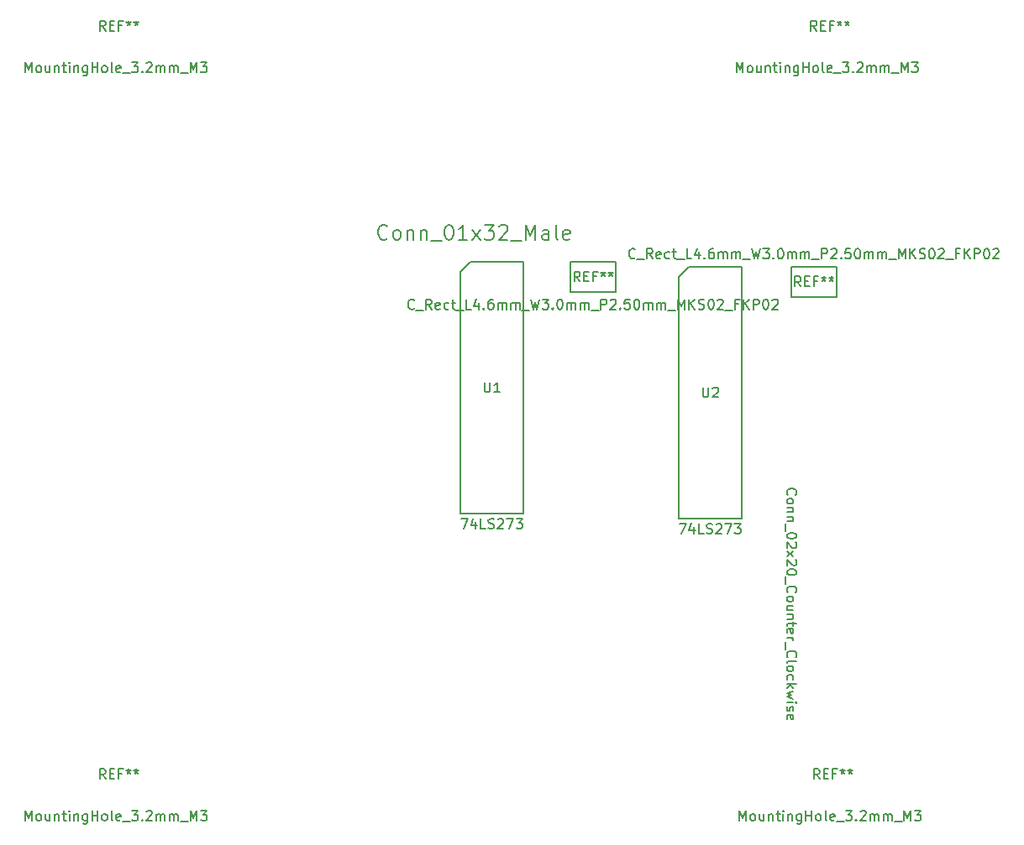
<source format=gbr>
G04 #@! TF.GenerationSoftware,KiCad,Pcbnew,(5.99.0-1468-g7e1294a4b)*
G04 #@! TF.CreationDate,2020-10-04T20:21:57+02:00*
G04 #@! TF.ProjectId,GB Dumper_SMD,47422044-756d-4706-9572-5f534d442e6b,rev?*
G04 #@! TF.SameCoordinates,Original*
G04 #@! TF.FileFunction,AssemblyDrawing,Top*
%FSLAX46Y46*%
G04 Gerber Fmt 4.6, Leading zero omitted, Abs format (unit mm)*
G04 Created by KiCad (PCBNEW (5.99.0-1468-g7e1294a4b)) date 2020-10-04 20:21:57*
%MOMM*%
%LPD*%
G01*
G04 APERTURE LIST*
%ADD10C,0.200000*%
G04 APERTURE END LIST*
D10*
X166635000Y-64980000D02*
X171985000Y-64980000D01*
X171985000Y-64980000D02*
X171985000Y-90380000D01*
X171985000Y-90380000D02*
X165635000Y-90380000D01*
X165635000Y-90380000D02*
X165635000Y-65980000D01*
X165635000Y-65980000D02*
X166635000Y-64980000D01*
X144635000Y-64480000D02*
X149985000Y-64480000D01*
X149985000Y-64480000D02*
X149985000Y-89880000D01*
X149985000Y-89880000D02*
X143635000Y-89880000D01*
X143635000Y-89880000D02*
X143635000Y-65480000D01*
X143635000Y-65480000D02*
X144635000Y-64480000D01*
X154700000Y-64500000D02*
X154700000Y-67500000D01*
X154700000Y-67500000D02*
X159300000Y-67500000D01*
X159300000Y-67500000D02*
X159300000Y-64500000D01*
X159300000Y-64500000D02*
X154700000Y-64500000D01*
X181550000Y-68000000D02*
X181550000Y-65000000D01*
X181550000Y-65000000D02*
X176950000Y-65000000D01*
X176950000Y-65000000D02*
X176950000Y-68000000D01*
X176950000Y-68000000D02*
X181550000Y-68000000D01*
X171440952Y-45352380D02*
X171440952Y-44352380D01*
X171774285Y-45066666D01*
X172107619Y-44352380D01*
X172107619Y-45352380D01*
X172726666Y-45352380D02*
X172631428Y-45304761D01*
X172583809Y-45257142D01*
X172536190Y-45161904D01*
X172536190Y-44876190D01*
X172583809Y-44780952D01*
X172631428Y-44733333D01*
X172726666Y-44685714D01*
X172869523Y-44685714D01*
X172964761Y-44733333D01*
X173012380Y-44780952D01*
X173060000Y-44876190D01*
X173060000Y-45161904D01*
X173012380Y-45257142D01*
X172964761Y-45304761D01*
X172869523Y-45352380D01*
X172726666Y-45352380D01*
X173917142Y-44685714D02*
X173917142Y-45352380D01*
X173488571Y-44685714D02*
X173488571Y-45209523D01*
X173536190Y-45304761D01*
X173631428Y-45352380D01*
X173774285Y-45352380D01*
X173869523Y-45304761D01*
X173917142Y-45257142D01*
X174393333Y-44685714D02*
X174393333Y-45352380D01*
X174393333Y-44780952D02*
X174440952Y-44733333D01*
X174536190Y-44685714D01*
X174679047Y-44685714D01*
X174774285Y-44733333D01*
X174821904Y-44828571D01*
X174821904Y-45352380D01*
X175155238Y-44685714D02*
X175536190Y-44685714D01*
X175298095Y-44352380D02*
X175298095Y-45209523D01*
X175345714Y-45304761D01*
X175440952Y-45352380D01*
X175536190Y-45352380D01*
X175869523Y-45352380D02*
X175869523Y-44685714D01*
X175869523Y-44352380D02*
X175821904Y-44400000D01*
X175869523Y-44447619D01*
X175917142Y-44400000D01*
X175869523Y-44352380D01*
X175869523Y-44447619D01*
X176345714Y-44685714D02*
X176345714Y-45352380D01*
X176345714Y-44780952D02*
X176393333Y-44733333D01*
X176488571Y-44685714D01*
X176631428Y-44685714D01*
X176726666Y-44733333D01*
X176774285Y-44828571D01*
X176774285Y-45352380D01*
X177679047Y-44685714D02*
X177679047Y-45495238D01*
X177631428Y-45590476D01*
X177583809Y-45638095D01*
X177488571Y-45685714D01*
X177345714Y-45685714D01*
X177250476Y-45638095D01*
X177679047Y-45304761D02*
X177583809Y-45352380D01*
X177393333Y-45352380D01*
X177298095Y-45304761D01*
X177250476Y-45257142D01*
X177202857Y-45161904D01*
X177202857Y-44876190D01*
X177250476Y-44780952D01*
X177298095Y-44733333D01*
X177393333Y-44685714D01*
X177583809Y-44685714D01*
X177679047Y-44733333D01*
X178155238Y-45352380D02*
X178155238Y-44352380D01*
X178155238Y-44828571D02*
X178726666Y-44828571D01*
X178726666Y-45352380D02*
X178726666Y-44352380D01*
X179345714Y-45352380D02*
X179250476Y-45304761D01*
X179202857Y-45257142D01*
X179155238Y-45161904D01*
X179155238Y-44876190D01*
X179202857Y-44780952D01*
X179250476Y-44733333D01*
X179345714Y-44685714D01*
X179488571Y-44685714D01*
X179583809Y-44733333D01*
X179631428Y-44780952D01*
X179679047Y-44876190D01*
X179679047Y-45161904D01*
X179631428Y-45257142D01*
X179583809Y-45304761D01*
X179488571Y-45352380D01*
X179345714Y-45352380D01*
X180250476Y-45352380D02*
X180155238Y-45304761D01*
X180107619Y-45209523D01*
X180107619Y-44352380D01*
X181012380Y-45304761D02*
X180917142Y-45352380D01*
X180726666Y-45352380D01*
X180631428Y-45304761D01*
X180583809Y-45209523D01*
X180583809Y-44828571D01*
X180631428Y-44733333D01*
X180726666Y-44685714D01*
X180917142Y-44685714D01*
X181012380Y-44733333D01*
X181060000Y-44828571D01*
X181060000Y-44923809D01*
X180583809Y-45019047D01*
X181250476Y-45447619D02*
X182012380Y-45447619D01*
X182155238Y-44352380D02*
X182774285Y-44352380D01*
X182440952Y-44733333D01*
X182583809Y-44733333D01*
X182679047Y-44780952D01*
X182726666Y-44828571D01*
X182774285Y-44923809D01*
X182774285Y-45161904D01*
X182726666Y-45257142D01*
X182679047Y-45304761D01*
X182583809Y-45352380D01*
X182298095Y-45352380D01*
X182202857Y-45304761D01*
X182155238Y-45257142D01*
X183202857Y-45257142D02*
X183250476Y-45304761D01*
X183202857Y-45352380D01*
X183155238Y-45304761D01*
X183202857Y-45257142D01*
X183202857Y-45352380D01*
X183631428Y-44447619D02*
X183679047Y-44400000D01*
X183774285Y-44352380D01*
X184012380Y-44352380D01*
X184107619Y-44400000D01*
X184155238Y-44447619D01*
X184202857Y-44542857D01*
X184202857Y-44638095D01*
X184155238Y-44780952D01*
X183583809Y-45352380D01*
X184202857Y-45352380D01*
X184631428Y-45352380D02*
X184631428Y-44685714D01*
X184631428Y-44780952D02*
X184679047Y-44733333D01*
X184774285Y-44685714D01*
X184917142Y-44685714D01*
X185012380Y-44733333D01*
X185060000Y-44828571D01*
X185060000Y-45352380D01*
X185060000Y-44828571D02*
X185107619Y-44733333D01*
X185202857Y-44685714D01*
X185345714Y-44685714D01*
X185440952Y-44733333D01*
X185488571Y-44828571D01*
X185488571Y-45352380D01*
X185964761Y-45352380D02*
X185964761Y-44685714D01*
X185964761Y-44780952D02*
X186012380Y-44733333D01*
X186107619Y-44685714D01*
X186250476Y-44685714D01*
X186345714Y-44733333D01*
X186393333Y-44828571D01*
X186393333Y-45352380D01*
X186393333Y-44828571D02*
X186440952Y-44733333D01*
X186536190Y-44685714D01*
X186679047Y-44685714D01*
X186774285Y-44733333D01*
X186821904Y-44828571D01*
X186821904Y-45352380D01*
X187060000Y-45447619D02*
X187821904Y-45447619D01*
X188060000Y-45352380D02*
X188060000Y-44352380D01*
X188393333Y-45066666D01*
X188726666Y-44352380D01*
X188726666Y-45352380D01*
X189107619Y-44352380D02*
X189726666Y-44352380D01*
X189393333Y-44733333D01*
X189536190Y-44733333D01*
X189631428Y-44780952D01*
X189679047Y-44828571D01*
X189726666Y-44923809D01*
X189726666Y-45161904D01*
X189679047Y-45257142D01*
X189631428Y-45304761D01*
X189536190Y-45352380D01*
X189250476Y-45352380D01*
X189155238Y-45304761D01*
X189107619Y-45257142D01*
X179526666Y-41152380D02*
X179193333Y-40676190D01*
X178955238Y-41152380D02*
X178955238Y-40152380D01*
X179336190Y-40152380D01*
X179431428Y-40200000D01*
X179479047Y-40247619D01*
X179526666Y-40342857D01*
X179526666Y-40485714D01*
X179479047Y-40580952D01*
X179431428Y-40628571D01*
X179336190Y-40676190D01*
X178955238Y-40676190D01*
X179955238Y-40628571D02*
X180288571Y-40628571D01*
X180431428Y-41152380D02*
X179955238Y-41152380D01*
X179955238Y-40152380D01*
X180431428Y-40152380D01*
X181193333Y-40628571D02*
X180860000Y-40628571D01*
X180860000Y-41152380D02*
X180860000Y-40152380D01*
X181336190Y-40152380D01*
X181860000Y-40152380D02*
X181860000Y-40390476D01*
X181621904Y-40295238D02*
X181860000Y-40390476D01*
X182098095Y-40295238D01*
X181717142Y-40580952D02*
X181860000Y-40390476D01*
X182002857Y-40580952D01*
X182621904Y-40152380D02*
X182621904Y-40390476D01*
X182383809Y-40295238D02*
X182621904Y-40390476D01*
X182860000Y-40295238D01*
X182479047Y-40580952D02*
X182621904Y-40390476D01*
X182764761Y-40580952D01*
X99780952Y-45352380D02*
X99780952Y-44352380D01*
X100114285Y-45066666D01*
X100447619Y-44352380D01*
X100447619Y-45352380D01*
X101066666Y-45352380D02*
X100971428Y-45304761D01*
X100923809Y-45257142D01*
X100876190Y-45161904D01*
X100876190Y-44876190D01*
X100923809Y-44780952D01*
X100971428Y-44733333D01*
X101066666Y-44685714D01*
X101209523Y-44685714D01*
X101304761Y-44733333D01*
X101352380Y-44780952D01*
X101399999Y-44876190D01*
X101399999Y-45161904D01*
X101352380Y-45257142D01*
X101304761Y-45304761D01*
X101209523Y-45352380D01*
X101066666Y-45352380D01*
X102257142Y-44685714D02*
X102257142Y-45352380D01*
X101828571Y-44685714D02*
X101828571Y-45209523D01*
X101876190Y-45304761D01*
X101971428Y-45352380D01*
X102114285Y-45352380D01*
X102209523Y-45304761D01*
X102257142Y-45257142D01*
X102733333Y-44685714D02*
X102733333Y-45352380D01*
X102733333Y-44780952D02*
X102780952Y-44733333D01*
X102876190Y-44685714D01*
X103019047Y-44685714D01*
X103114285Y-44733333D01*
X103161904Y-44828571D01*
X103161904Y-45352380D01*
X103495238Y-44685714D02*
X103876190Y-44685714D01*
X103638095Y-44352380D02*
X103638095Y-45209523D01*
X103685714Y-45304761D01*
X103780952Y-45352380D01*
X103876190Y-45352380D01*
X104209523Y-45352380D02*
X104209523Y-44685714D01*
X104209523Y-44352380D02*
X104161904Y-44400000D01*
X104209523Y-44447619D01*
X104257142Y-44400000D01*
X104209523Y-44352380D01*
X104209523Y-44447619D01*
X104685714Y-44685714D02*
X104685714Y-45352380D01*
X104685714Y-44780952D02*
X104733333Y-44733333D01*
X104828571Y-44685714D01*
X104971428Y-44685714D01*
X105066666Y-44733333D01*
X105114285Y-44828571D01*
X105114285Y-45352380D01*
X106019047Y-44685714D02*
X106019047Y-45495238D01*
X105971428Y-45590476D01*
X105923809Y-45638095D01*
X105828571Y-45685714D01*
X105685714Y-45685714D01*
X105590476Y-45638095D01*
X106019047Y-45304761D02*
X105923809Y-45352380D01*
X105733333Y-45352380D01*
X105638095Y-45304761D01*
X105590476Y-45257142D01*
X105542857Y-45161904D01*
X105542857Y-44876190D01*
X105590476Y-44780952D01*
X105638095Y-44733333D01*
X105733333Y-44685714D01*
X105923809Y-44685714D01*
X106019047Y-44733333D01*
X106495238Y-45352380D02*
X106495238Y-44352380D01*
X106495238Y-44828571D02*
X107066666Y-44828571D01*
X107066666Y-45352380D02*
X107066666Y-44352380D01*
X107685714Y-45352380D02*
X107590476Y-45304761D01*
X107542857Y-45257142D01*
X107495238Y-45161904D01*
X107495238Y-44876190D01*
X107542857Y-44780952D01*
X107590476Y-44733333D01*
X107685714Y-44685714D01*
X107828571Y-44685714D01*
X107923809Y-44733333D01*
X107971428Y-44780952D01*
X108019047Y-44876190D01*
X108019047Y-45161904D01*
X107971428Y-45257142D01*
X107923809Y-45304761D01*
X107828571Y-45352380D01*
X107685714Y-45352380D01*
X108590476Y-45352380D02*
X108495238Y-45304761D01*
X108447619Y-45209523D01*
X108447619Y-44352380D01*
X109352380Y-45304761D02*
X109257142Y-45352380D01*
X109066666Y-45352380D01*
X108971428Y-45304761D01*
X108923809Y-45209523D01*
X108923809Y-44828571D01*
X108971428Y-44733333D01*
X109066666Y-44685714D01*
X109257142Y-44685714D01*
X109352380Y-44733333D01*
X109399999Y-44828571D01*
X109399999Y-44923809D01*
X108923809Y-45019047D01*
X109590476Y-45447619D02*
X110352380Y-45447619D01*
X110495238Y-44352380D02*
X111114285Y-44352380D01*
X110780952Y-44733333D01*
X110923809Y-44733333D01*
X111019047Y-44780952D01*
X111066666Y-44828571D01*
X111114285Y-44923809D01*
X111114285Y-45161904D01*
X111066666Y-45257142D01*
X111019047Y-45304761D01*
X110923809Y-45352380D01*
X110638095Y-45352380D01*
X110542857Y-45304761D01*
X110495238Y-45257142D01*
X111542857Y-45257142D02*
X111590476Y-45304761D01*
X111542857Y-45352380D01*
X111495238Y-45304761D01*
X111542857Y-45257142D01*
X111542857Y-45352380D01*
X111971428Y-44447619D02*
X112019047Y-44400000D01*
X112114285Y-44352380D01*
X112352380Y-44352380D01*
X112447619Y-44400000D01*
X112495238Y-44447619D01*
X112542857Y-44542857D01*
X112542857Y-44638095D01*
X112495238Y-44780952D01*
X111923809Y-45352380D01*
X112542857Y-45352380D01*
X112971428Y-45352380D02*
X112971428Y-44685714D01*
X112971428Y-44780952D02*
X113019047Y-44733333D01*
X113114285Y-44685714D01*
X113257142Y-44685714D01*
X113352380Y-44733333D01*
X113399999Y-44828571D01*
X113399999Y-45352380D01*
X113399999Y-44828571D02*
X113447619Y-44733333D01*
X113542857Y-44685714D01*
X113685714Y-44685714D01*
X113780952Y-44733333D01*
X113828571Y-44828571D01*
X113828571Y-45352380D01*
X114304761Y-45352380D02*
X114304761Y-44685714D01*
X114304761Y-44780952D02*
X114352380Y-44733333D01*
X114447619Y-44685714D01*
X114590476Y-44685714D01*
X114685714Y-44733333D01*
X114733333Y-44828571D01*
X114733333Y-45352380D01*
X114733333Y-44828571D02*
X114780952Y-44733333D01*
X114876190Y-44685714D01*
X115019047Y-44685714D01*
X115114285Y-44733333D01*
X115161904Y-44828571D01*
X115161904Y-45352380D01*
X115399999Y-45447619D02*
X116161904Y-45447619D01*
X116399999Y-45352380D02*
X116399999Y-44352380D01*
X116733333Y-45066666D01*
X117066666Y-44352380D01*
X117066666Y-45352380D01*
X117447619Y-44352380D02*
X118066666Y-44352380D01*
X117733333Y-44733333D01*
X117876190Y-44733333D01*
X117971428Y-44780952D01*
X118019047Y-44828571D01*
X118066666Y-44923809D01*
X118066666Y-45161904D01*
X118019047Y-45257142D01*
X117971428Y-45304761D01*
X117876190Y-45352380D01*
X117590476Y-45352380D01*
X117495238Y-45304761D01*
X117447619Y-45257142D01*
X107866666Y-41152380D02*
X107533333Y-40676190D01*
X107295238Y-41152380D02*
X107295238Y-40152380D01*
X107676190Y-40152380D01*
X107771428Y-40200000D01*
X107819047Y-40247619D01*
X107866666Y-40342857D01*
X107866666Y-40485714D01*
X107819047Y-40580952D01*
X107771428Y-40628571D01*
X107676190Y-40676190D01*
X107295238Y-40676190D01*
X108295238Y-40628571D02*
X108628571Y-40628571D01*
X108771428Y-41152380D02*
X108295238Y-41152380D01*
X108295238Y-40152380D01*
X108771428Y-40152380D01*
X109533333Y-40628571D02*
X109200000Y-40628571D01*
X109200000Y-41152380D02*
X109200000Y-40152380D01*
X109676190Y-40152380D01*
X110200000Y-40152380D02*
X110200000Y-40390476D01*
X109961904Y-40295238D02*
X110200000Y-40390476D01*
X110438095Y-40295238D01*
X110057142Y-40580952D02*
X110200000Y-40390476D01*
X110342857Y-40580952D01*
X110961904Y-40152380D02*
X110961904Y-40390476D01*
X110723809Y-40295238D02*
X110961904Y-40390476D01*
X111200000Y-40295238D01*
X110819047Y-40580952D02*
X110961904Y-40390476D01*
X111104761Y-40580952D01*
X99780952Y-120852380D02*
X99780952Y-119852380D01*
X100114285Y-120566666D01*
X100447619Y-119852380D01*
X100447619Y-120852380D01*
X101066666Y-120852380D02*
X100971428Y-120804761D01*
X100923809Y-120757142D01*
X100876190Y-120661904D01*
X100876190Y-120376190D01*
X100923809Y-120280952D01*
X100971428Y-120233333D01*
X101066666Y-120185714D01*
X101209523Y-120185714D01*
X101304761Y-120233333D01*
X101352380Y-120280952D01*
X101399999Y-120376190D01*
X101399999Y-120661904D01*
X101352380Y-120757142D01*
X101304761Y-120804761D01*
X101209523Y-120852380D01*
X101066666Y-120852380D01*
X102257142Y-120185714D02*
X102257142Y-120852380D01*
X101828571Y-120185714D02*
X101828571Y-120709523D01*
X101876190Y-120804761D01*
X101971428Y-120852380D01*
X102114285Y-120852380D01*
X102209523Y-120804761D01*
X102257142Y-120757142D01*
X102733333Y-120185714D02*
X102733333Y-120852380D01*
X102733333Y-120280952D02*
X102780952Y-120233333D01*
X102876190Y-120185714D01*
X103019047Y-120185714D01*
X103114285Y-120233333D01*
X103161904Y-120328571D01*
X103161904Y-120852380D01*
X103495238Y-120185714D02*
X103876190Y-120185714D01*
X103638095Y-119852380D02*
X103638095Y-120709523D01*
X103685714Y-120804761D01*
X103780952Y-120852380D01*
X103876190Y-120852380D01*
X104209523Y-120852380D02*
X104209523Y-120185714D01*
X104209523Y-119852380D02*
X104161904Y-119900000D01*
X104209523Y-119947619D01*
X104257142Y-119900000D01*
X104209523Y-119852380D01*
X104209523Y-119947619D01*
X104685714Y-120185714D02*
X104685714Y-120852380D01*
X104685714Y-120280952D02*
X104733333Y-120233333D01*
X104828571Y-120185714D01*
X104971428Y-120185714D01*
X105066666Y-120233333D01*
X105114285Y-120328571D01*
X105114285Y-120852380D01*
X106019047Y-120185714D02*
X106019047Y-120995238D01*
X105971428Y-121090476D01*
X105923809Y-121138095D01*
X105828571Y-121185714D01*
X105685714Y-121185714D01*
X105590476Y-121138095D01*
X106019047Y-120804761D02*
X105923809Y-120852380D01*
X105733333Y-120852380D01*
X105638095Y-120804761D01*
X105590476Y-120757142D01*
X105542857Y-120661904D01*
X105542857Y-120376190D01*
X105590476Y-120280952D01*
X105638095Y-120233333D01*
X105733333Y-120185714D01*
X105923809Y-120185714D01*
X106019047Y-120233333D01*
X106495238Y-120852380D02*
X106495238Y-119852380D01*
X106495238Y-120328571D02*
X107066666Y-120328571D01*
X107066666Y-120852380D02*
X107066666Y-119852380D01*
X107685714Y-120852380D02*
X107590476Y-120804761D01*
X107542857Y-120757142D01*
X107495238Y-120661904D01*
X107495238Y-120376190D01*
X107542857Y-120280952D01*
X107590476Y-120233333D01*
X107685714Y-120185714D01*
X107828571Y-120185714D01*
X107923809Y-120233333D01*
X107971428Y-120280952D01*
X108019047Y-120376190D01*
X108019047Y-120661904D01*
X107971428Y-120757142D01*
X107923809Y-120804761D01*
X107828571Y-120852380D01*
X107685714Y-120852380D01*
X108590476Y-120852380D02*
X108495238Y-120804761D01*
X108447619Y-120709523D01*
X108447619Y-119852380D01*
X109352380Y-120804761D02*
X109257142Y-120852380D01*
X109066666Y-120852380D01*
X108971428Y-120804761D01*
X108923809Y-120709523D01*
X108923809Y-120328571D01*
X108971428Y-120233333D01*
X109066666Y-120185714D01*
X109257142Y-120185714D01*
X109352380Y-120233333D01*
X109399999Y-120328571D01*
X109399999Y-120423809D01*
X108923809Y-120519047D01*
X109590476Y-120947619D02*
X110352380Y-120947619D01*
X110495238Y-119852380D02*
X111114285Y-119852380D01*
X110780952Y-120233333D01*
X110923809Y-120233333D01*
X111019047Y-120280952D01*
X111066666Y-120328571D01*
X111114285Y-120423809D01*
X111114285Y-120661904D01*
X111066666Y-120757142D01*
X111019047Y-120804761D01*
X110923809Y-120852380D01*
X110638095Y-120852380D01*
X110542857Y-120804761D01*
X110495238Y-120757142D01*
X111542857Y-120757142D02*
X111590476Y-120804761D01*
X111542857Y-120852380D01*
X111495238Y-120804761D01*
X111542857Y-120757142D01*
X111542857Y-120852380D01*
X111971428Y-119947619D02*
X112019047Y-119900000D01*
X112114285Y-119852380D01*
X112352380Y-119852380D01*
X112447619Y-119900000D01*
X112495238Y-119947619D01*
X112542857Y-120042857D01*
X112542857Y-120138095D01*
X112495238Y-120280952D01*
X111923809Y-120852380D01*
X112542857Y-120852380D01*
X112971428Y-120852380D02*
X112971428Y-120185714D01*
X112971428Y-120280952D02*
X113019047Y-120233333D01*
X113114285Y-120185714D01*
X113257142Y-120185714D01*
X113352380Y-120233333D01*
X113399999Y-120328571D01*
X113399999Y-120852380D01*
X113399999Y-120328571D02*
X113447619Y-120233333D01*
X113542857Y-120185714D01*
X113685714Y-120185714D01*
X113780952Y-120233333D01*
X113828571Y-120328571D01*
X113828571Y-120852380D01*
X114304761Y-120852380D02*
X114304761Y-120185714D01*
X114304761Y-120280952D02*
X114352380Y-120233333D01*
X114447619Y-120185714D01*
X114590476Y-120185714D01*
X114685714Y-120233333D01*
X114733333Y-120328571D01*
X114733333Y-120852380D01*
X114733333Y-120328571D02*
X114780952Y-120233333D01*
X114876190Y-120185714D01*
X115019047Y-120185714D01*
X115114285Y-120233333D01*
X115161904Y-120328571D01*
X115161904Y-120852380D01*
X115399999Y-120947619D02*
X116161904Y-120947619D01*
X116399999Y-120852380D02*
X116399999Y-119852380D01*
X116733333Y-120566666D01*
X117066666Y-119852380D01*
X117066666Y-120852380D01*
X117447619Y-119852380D02*
X118066666Y-119852380D01*
X117733333Y-120233333D01*
X117876190Y-120233333D01*
X117971428Y-120280952D01*
X118019047Y-120328571D01*
X118066666Y-120423809D01*
X118066666Y-120661904D01*
X118019047Y-120757142D01*
X117971428Y-120804761D01*
X117876190Y-120852380D01*
X117590476Y-120852380D01*
X117495238Y-120804761D01*
X117447619Y-120757142D01*
X107866666Y-116652380D02*
X107533333Y-116176190D01*
X107295238Y-116652380D02*
X107295238Y-115652380D01*
X107676190Y-115652380D01*
X107771428Y-115700000D01*
X107819047Y-115747619D01*
X107866666Y-115842857D01*
X107866666Y-115985714D01*
X107819047Y-116080952D01*
X107771428Y-116128571D01*
X107676190Y-116176190D01*
X107295238Y-116176190D01*
X108295238Y-116128571D02*
X108628571Y-116128571D01*
X108771428Y-116652380D02*
X108295238Y-116652380D01*
X108295238Y-115652380D01*
X108771428Y-115652380D01*
X109533333Y-116128571D02*
X109200000Y-116128571D01*
X109200000Y-116652380D02*
X109200000Y-115652380D01*
X109676190Y-115652380D01*
X110200000Y-115652380D02*
X110200000Y-115890476D01*
X109961904Y-115795238D02*
X110200000Y-115890476D01*
X110438095Y-115795238D01*
X110057142Y-116080952D02*
X110200000Y-115890476D01*
X110342857Y-116080952D01*
X110961904Y-115652380D02*
X110961904Y-115890476D01*
X110723809Y-115795238D02*
X110961904Y-115890476D01*
X111200000Y-115795238D01*
X110819047Y-116080952D02*
X110961904Y-115890476D01*
X111104761Y-116080952D01*
X171740952Y-120852380D02*
X171740952Y-119852380D01*
X172074285Y-120566666D01*
X172407619Y-119852380D01*
X172407619Y-120852380D01*
X173026666Y-120852380D02*
X172931428Y-120804761D01*
X172883809Y-120757142D01*
X172836190Y-120661904D01*
X172836190Y-120376190D01*
X172883809Y-120280952D01*
X172931428Y-120233333D01*
X173026666Y-120185714D01*
X173169523Y-120185714D01*
X173264761Y-120233333D01*
X173312380Y-120280952D01*
X173360000Y-120376190D01*
X173360000Y-120661904D01*
X173312380Y-120757142D01*
X173264761Y-120804761D01*
X173169523Y-120852380D01*
X173026666Y-120852380D01*
X174217142Y-120185714D02*
X174217142Y-120852380D01*
X173788571Y-120185714D02*
X173788571Y-120709523D01*
X173836190Y-120804761D01*
X173931428Y-120852380D01*
X174074285Y-120852380D01*
X174169523Y-120804761D01*
X174217142Y-120757142D01*
X174693333Y-120185714D02*
X174693333Y-120852380D01*
X174693333Y-120280952D02*
X174740952Y-120233333D01*
X174836190Y-120185714D01*
X174979047Y-120185714D01*
X175074285Y-120233333D01*
X175121904Y-120328571D01*
X175121904Y-120852380D01*
X175455238Y-120185714D02*
X175836190Y-120185714D01*
X175598095Y-119852380D02*
X175598095Y-120709523D01*
X175645714Y-120804761D01*
X175740952Y-120852380D01*
X175836190Y-120852380D01*
X176169523Y-120852380D02*
X176169523Y-120185714D01*
X176169523Y-119852380D02*
X176121904Y-119900000D01*
X176169523Y-119947619D01*
X176217142Y-119900000D01*
X176169523Y-119852380D01*
X176169523Y-119947619D01*
X176645714Y-120185714D02*
X176645714Y-120852380D01*
X176645714Y-120280952D02*
X176693333Y-120233333D01*
X176788571Y-120185714D01*
X176931428Y-120185714D01*
X177026666Y-120233333D01*
X177074285Y-120328571D01*
X177074285Y-120852380D01*
X177979047Y-120185714D02*
X177979047Y-120995238D01*
X177931428Y-121090476D01*
X177883809Y-121138095D01*
X177788571Y-121185714D01*
X177645714Y-121185714D01*
X177550476Y-121138095D01*
X177979047Y-120804761D02*
X177883809Y-120852380D01*
X177693333Y-120852380D01*
X177598095Y-120804761D01*
X177550476Y-120757142D01*
X177502857Y-120661904D01*
X177502857Y-120376190D01*
X177550476Y-120280952D01*
X177598095Y-120233333D01*
X177693333Y-120185714D01*
X177883809Y-120185714D01*
X177979047Y-120233333D01*
X178455238Y-120852380D02*
X178455238Y-119852380D01*
X178455238Y-120328571D02*
X179026666Y-120328571D01*
X179026666Y-120852380D02*
X179026666Y-119852380D01*
X179645714Y-120852380D02*
X179550476Y-120804761D01*
X179502857Y-120757142D01*
X179455238Y-120661904D01*
X179455238Y-120376190D01*
X179502857Y-120280952D01*
X179550476Y-120233333D01*
X179645714Y-120185714D01*
X179788571Y-120185714D01*
X179883809Y-120233333D01*
X179931428Y-120280952D01*
X179979047Y-120376190D01*
X179979047Y-120661904D01*
X179931428Y-120757142D01*
X179883809Y-120804761D01*
X179788571Y-120852380D01*
X179645714Y-120852380D01*
X180550476Y-120852380D02*
X180455238Y-120804761D01*
X180407619Y-120709523D01*
X180407619Y-119852380D01*
X181312380Y-120804761D02*
X181217142Y-120852380D01*
X181026666Y-120852380D01*
X180931428Y-120804761D01*
X180883809Y-120709523D01*
X180883809Y-120328571D01*
X180931428Y-120233333D01*
X181026666Y-120185714D01*
X181217142Y-120185714D01*
X181312380Y-120233333D01*
X181360000Y-120328571D01*
X181360000Y-120423809D01*
X180883809Y-120519047D01*
X181550476Y-120947619D02*
X182312380Y-120947619D01*
X182455238Y-119852380D02*
X183074285Y-119852380D01*
X182740952Y-120233333D01*
X182883809Y-120233333D01*
X182979047Y-120280952D01*
X183026666Y-120328571D01*
X183074285Y-120423809D01*
X183074285Y-120661904D01*
X183026666Y-120757142D01*
X182979047Y-120804761D01*
X182883809Y-120852380D01*
X182598095Y-120852380D01*
X182502857Y-120804761D01*
X182455238Y-120757142D01*
X183502857Y-120757142D02*
X183550476Y-120804761D01*
X183502857Y-120852380D01*
X183455238Y-120804761D01*
X183502857Y-120757142D01*
X183502857Y-120852380D01*
X183931428Y-119947619D02*
X183979047Y-119900000D01*
X184074285Y-119852380D01*
X184312380Y-119852380D01*
X184407619Y-119900000D01*
X184455238Y-119947619D01*
X184502857Y-120042857D01*
X184502857Y-120138095D01*
X184455238Y-120280952D01*
X183883809Y-120852380D01*
X184502857Y-120852380D01*
X184931428Y-120852380D02*
X184931428Y-120185714D01*
X184931428Y-120280952D02*
X184979047Y-120233333D01*
X185074285Y-120185714D01*
X185217142Y-120185714D01*
X185312380Y-120233333D01*
X185360000Y-120328571D01*
X185360000Y-120852380D01*
X185360000Y-120328571D02*
X185407619Y-120233333D01*
X185502857Y-120185714D01*
X185645714Y-120185714D01*
X185740952Y-120233333D01*
X185788571Y-120328571D01*
X185788571Y-120852380D01*
X186264761Y-120852380D02*
X186264761Y-120185714D01*
X186264761Y-120280952D02*
X186312380Y-120233333D01*
X186407619Y-120185714D01*
X186550476Y-120185714D01*
X186645714Y-120233333D01*
X186693333Y-120328571D01*
X186693333Y-120852380D01*
X186693333Y-120328571D02*
X186740952Y-120233333D01*
X186836190Y-120185714D01*
X186979047Y-120185714D01*
X187074285Y-120233333D01*
X187121904Y-120328571D01*
X187121904Y-120852380D01*
X187360000Y-120947619D02*
X188121904Y-120947619D01*
X188360000Y-120852380D02*
X188360000Y-119852380D01*
X188693333Y-120566666D01*
X189026666Y-119852380D01*
X189026666Y-120852380D01*
X189407619Y-119852380D02*
X190026666Y-119852380D01*
X189693333Y-120233333D01*
X189836190Y-120233333D01*
X189931428Y-120280952D01*
X189979047Y-120328571D01*
X190026666Y-120423809D01*
X190026666Y-120661904D01*
X189979047Y-120757142D01*
X189931428Y-120804761D01*
X189836190Y-120852380D01*
X189550476Y-120852380D01*
X189455238Y-120804761D01*
X189407619Y-120757142D01*
X179826666Y-116652380D02*
X179493333Y-116176190D01*
X179255238Y-116652380D02*
X179255238Y-115652380D01*
X179636190Y-115652380D01*
X179731428Y-115700000D01*
X179779047Y-115747619D01*
X179826666Y-115842857D01*
X179826666Y-115985714D01*
X179779047Y-116080952D01*
X179731428Y-116128571D01*
X179636190Y-116176190D01*
X179255238Y-116176190D01*
X180255238Y-116128571D02*
X180588571Y-116128571D01*
X180731428Y-116652380D02*
X180255238Y-116652380D01*
X180255238Y-115652380D01*
X180731428Y-115652380D01*
X181493333Y-116128571D02*
X181160000Y-116128571D01*
X181160000Y-116652380D02*
X181160000Y-115652380D01*
X181636190Y-115652380D01*
X182160000Y-115652380D02*
X182160000Y-115890476D01*
X181921904Y-115795238D02*
X182160000Y-115890476D01*
X182398095Y-115795238D01*
X182017142Y-116080952D02*
X182160000Y-115890476D01*
X182302857Y-116080952D01*
X182921904Y-115652380D02*
X182921904Y-115890476D01*
X182683809Y-115795238D02*
X182921904Y-115890476D01*
X183160000Y-115795238D01*
X182779047Y-116080952D02*
X182921904Y-115890476D01*
X183064761Y-116080952D01*
X176612857Y-87976190D02*
X176565238Y-87928571D01*
X176517619Y-87785714D01*
X176517619Y-87690476D01*
X176565238Y-87547619D01*
X176660476Y-87452380D01*
X176755714Y-87404761D01*
X176946190Y-87357142D01*
X177089047Y-87357142D01*
X177279523Y-87404761D01*
X177374761Y-87452380D01*
X177470000Y-87547619D01*
X177517619Y-87690476D01*
X177517619Y-87785714D01*
X177470000Y-87928571D01*
X177422380Y-87976190D01*
X176517619Y-88547619D02*
X176565238Y-88452380D01*
X176612857Y-88404761D01*
X176708095Y-88357142D01*
X176993809Y-88357142D01*
X177089047Y-88404761D01*
X177136666Y-88452380D01*
X177184285Y-88547619D01*
X177184285Y-88690476D01*
X177136666Y-88785714D01*
X177089047Y-88833333D01*
X176993809Y-88880952D01*
X176708095Y-88880952D01*
X176612857Y-88833333D01*
X176565238Y-88785714D01*
X176517619Y-88690476D01*
X176517619Y-88547619D01*
X177184285Y-89309523D02*
X176517619Y-89309523D01*
X177089047Y-89309523D02*
X177136666Y-89357142D01*
X177184285Y-89452380D01*
X177184285Y-89595238D01*
X177136666Y-89690476D01*
X177041428Y-89738095D01*
X176517619Y-89738095D01*
X177184285Y-90214285D02*
X176517619Y-90214285D01*
X177089047Y-90214285D02*
X177136666Y-90261904D01*
X177184285Y-90357142D01*
X177184285Y-90500000D01*
X177136666Y-90595238D01*
X177041428Y-90642857D01*
X176517619Y-90642857D01*
X176422380Y-90880952D02*
X176422380Y-91642857D01*
X177517619Y-92071428D02*
X177517619Y-92166666D01*
X177470000Y-92261904D01*
X177422380Y-92309523D01*
X177327142Y-92357142D01*
X177136666Y-92404761D01*
X176898571Y-92404761D01*
X176708095Y-92357142D01*
X176612857Y-92309523D01*
X176565238Y-92261904D01*
X176517619Y-92166666D01*
X176517619Y-92071428D01*
X176565238Y-91976190D01*
X176612857Y-91928571D01*
X176708095Y-91880952D01*
X176898571Y-91833333D01*
X177136666Y-91833333D01*
X177327142Y-91880952D01*
X177422380Y-91928571D01*
X177470000Y-91976190D01*
X177517619Y-92071428D01*
X177422380Y-92785714D02*
X177470000Y-92833333D01*
X177517619Y-92928571D01*
X177517619Y-93166666D01*
X177470000Y-93261904D01*
X177422380Y-93309523D01*
X177327142Y-93357142D01*
X177231904Y-93357142D01*
X177089047Y-93309523D01*
X176517619Y-92738095D01*
X176517619Y-93357142D01*
X176517619Y-93690476D02*
X177184285Y-94214285D01*
X177184285Y-93690476D02*
X176517619Y-94214285D01*
X177422380Y-94547619D02*
X177470000Y-94595238D01*
X177517619Y-94690476D01*
X177517619Y-94928571D01*
X177470000Y-95023809D01*
X177422380Y-95071428D01*
X177327142Y-95119047D01*
X177231904Y-95119047D01*
X177089047Y-95071428D01*
X176517619Y-94500000D01*
X176517619Y-95119047D01*
X177517619Y-95738095D02*
X177517619Y-95833333D01*
X177470000Y-95928571D01*
X177422380Y-95976190D01*
X177327142Y-96023809D01*
X177136666Y-96071428D01*
X176898571Y-96071428D01*
X176708095Y-96023809D01*
X176612857Y-95976190D01*
X176565238Y-95928571D01*
X176517619Y-95833333D01*
X176517619Y-95738095D01*
X176565238Y-95642857D01*
X176612857Y-95595238D01*
X176708095Y-95547619D01*
X176898571Y-95500000D01*
X177136666Y-95500000D01*
X177327142Y-95547619D01*
X177422380Y-95595238D01*
X177470000Y-95642857D01*
X177517619Y-95738095D01*
X176422380Y-96261904D02*
X176422380Y-97023809D01*
X176612857Y-97833333D02*
X176565238Y-97785714D01*
X176517619Y-97642857D01*
X176517619Y-97547619D01*
X176565238Y-97404761D01*
X176660476Y-97309523D01*
X176755714Y-97261904D01*
X176946190Y-97214285D01*
X177089047Y-97214285D01*
X177279523Y-97261904D01*
X177374761Y-97309523D01*
X177470000Y-97404761D01*
X177517619Y-97547619D01*
X177517619Y-97642857D01*
X177470000Y-97785714D01*
X177422380Y-97833333D01*
X176517619Y-98404761D02*
X176565238Y-98309523D01*
X176612857Y-98261904D01*
X176708095Y-98214285D01*
X176993809Y-98214285D01*
X177089047Y-98261904D01*
X177136666Y-98309523D01*
X177184285Y-98404761D01*
X177184285Y-98547619D01*
X177136666Y-98642857D01*
X177089047Y-98690476D01*
X176993809Y-98738095D01*
X176708095Y-98738095D01*
X176612857Y-98690476D01*
X176565238Y-98642857D01*
X176517619Y-98547619D01*
X176517619Y-98404761D01*
X177184285Y-99595238D02*
X176517619Y-99595238D01*
X177184285Y-99166666D02*
X176660476Y-99166666D01*
X176565238Y-99214285D01*
X176517619Y-99309523D01*
X176517619Y-99452380D01*
X176565238Y-99547619D01*
X176612857Y-99595238D01*
X177184285Y-100071428D02*
X176517619Y-100071428D01*
X177089047Y-100071428D02*
X177136666Y-100119047D01*
X177184285Y-100214285D01*
X177184285Y-100357142D01*
X177136666Y-100452380D01*
X177041428Y-100500000D01*
X176517619Y-100500000D01*
X177184285Y-100833333D02*
X177184285Y-101214285D01*
X177517619Y-100976190D02*
X176660476Y-100976190D01*
X176565238Y-101023809D01*
X176517619Y-101119047D01*
X176517619Y-101214285D01*
X176565238Y-101928571D02*
X176517619Y-101833333D01*
X176517619Y-101642857D01*
X176565238Y-101547619D01*
X176660476Y-101500000D01*
X177041428Y-101500000D01*
X177136666Y-101547619D01*
X177184285Y-101642857D01*
X177184285Y-101833333D01*
X177136666Y-101928571D01*
X177041428Y-101976190D01*
X176946190Y-101976190D01*
X176850952Y-101500000D01*
X176517619Y-102404761D02*
X177184285Y-102404761D01*
X176993809Y-102404761D02*
X177089047Y-102452380D01*
X177136666Y-102500000D01*
X177184285Y-102595238D01*
X177184285Y-102690476D01*
X176422380Y-102785714D02*
X176422380Y-103547619D01*
X176612857Y-104357142D02*
X176565238Y-104309523D01*
X176517619Y-104166666D01*
X176517619Y-104071428D01*
X176565238Y-103928571D01*
X176660476Y-103833333D01*
X176755714Y-103785714D01*
X176946190Y-103738095D01*
X177089047Y-103738095D01*
X177279523Y-103785714D01*
X177374761Y-103833333D01*
X177470000Y-103928571D01*
X177517619Y-104071428D01*
X177517619Y-104166666D01*
X177470000Y-104309523D01*
X177422380Y-104357142D01*
X176517619Y-104928571D02*
X176565238Y-104833333D01*
X176660476Y-104785714D01*
X177517619Y-104785714D01*
X176517619Y-105452380D02*
X176565238Y-105357142D01*
X176612857Y-105309523D01*
X176708095Y-105261904D01*
X176993809Y-105261904D01*
X177089047Y-105309523D01*
X177136666Y-105357142D01*
X177184285Y-105452380D01*
X177184285Y-105595238D01*
X177136666Y-105690476D01*
X177089047Y-105738095D01*
X176993809Y-105785714D01*
X176708095Y-105785714D01*
X176612857Y-105738095D01*
X176565238Y-105690476D01*
X176517619Y-105595238D01*
X176517619Y-105452380D01*
X176565238Y-106642857D02*
X176517619Y-106547619D01*
X176517619Y-106357142D01*
X176565238Y-106261904D01*
X176612857Y-106214285D01*
X176708095Y-106166666D01*
X176993809Y-106166666D01*
X177089047Y-106214285D01*
X177136666Y-106261904D01*
X177184285Y-106357142D01*
X177184285Y-106547619D01*
X177136666Y-106642857D01*
X176517619Y-107071428D02*
X177517619Y-107071428D01*
X176898571Y-107166666D02*
X176517619Y-107452380D01*
X177184285Y-107452380D02*
X176803333Y-107071428D01*
X177184285Y-107785714D02*
X176517619Y-107976190D01*
X176993809Y-108166666D01*
X176517619Y-108357142D01*
X177184285Y-108547619D01*
X176517619Y-108928571D02*
X177184285Y-108928571D01*
X177517619Y-108928571D02*
X177470000Y-108880952D01*
X177422380Y-108928571D01*
X177470000Y-108976190D01*
X177517619Y-108928571D01*
X177422380Y-108928571D01*
X176565238Y-109357142D02*
X176517619Y-109452380D01*
X176517619Y-109642857D01*
X176565238Y-109738095D01*
X176660476Y-109785714D01*
X176708095Y-109785714D01*
X176803333Y-109738095D01*
X176850952Y-109642857D01*
X176850952Y-109500000D01*
X176898571Y-109404761D01*
X176993809Y-109357142D01*
X177041428Y-109357142D01*
X177136666Y-109404761D01*
X177184285Y-109500000D01*
X177184285Y-109642857D01*
X177136666Y-109738095D01*
X176565238Y-110595238D02*
X176517619Y-110500000D01*
X176517619Y-110309523D01*
X176565238Y-110214285D01*
X176660476Y-110166666D01*
X177041428Y-110166666D01*
X177136666Y-110214285D01*
X177184285Y-110309523D01*
X177184285Y-110500000D01*
X177136666Y-110595238D01*
X177041428Y-110642857D01*
X176946190Y-110642857D01*
X176850952Y-110166666D01*
X136260000Y-62095714D02*
X136188571Y-62167142D01*
X135974285Y-62238571D01*
X135831428Y-62238571D01*
X135617142Y-62167142D01*
X135474285Y-62024285D01*
X135402857Y-61881428D01*
X135331428Y-61595714D01*
X135331428Y-61381428D01*
X135402857Y-61095714D01*
X135474285Y-60952857D01*
X135617142Y-60810000D01*
X135831428Y-60738571D01*
X135974285Y-60738571D01*
X136188571Y-60810000D01*
X136260000Y-60881428D01*
X137117142Y-62238571D02*
X136974285Y-62167142D01*
X136902857Y-62095714D01*
X136831428Y-61952857D01*
X136831428Y-61524285D01*
X136902857Y-61381428D01*
X136974285Y-61310000D01*
X137117142Y-61238571D01*
X137331428Y-61238571D01*
X137474285Y-61310000D01*
X137545714Y-61381428D01*
X137617142Y-61524285D01*
X137617142Y-61952857D01*
X137545714Y-62095714D01*
X137474285Y-62167142D01*
X137331428Y-62238571D01*
X137117142Y-62238571D01*
X138260000Y-61238571D02*
X138260000Y-62238571D01*
X138260000Y-61381428D02*
X138331428Y-61310000D01*
X138474285Y-61238571D01*
X138688571Y-61238571D01*
X138831428Y-61310000D01*
X138902857Y-61452857D01*
X138902857Y-62238571D01*
X139617142Y-61238571D02*
X139617142Y-62238571D01*
X139617142Y-61381428D02*
X139688571Y-61310000D01*
X139831428Y-61238571D01*
X140045714Y-61238571D01*
X140188571Y-61310000D01*
X140260000Y-61452857D01*
X140260000Y-62238571D01*
X140617142Y-62381428D02*
X141760000Y-62381428D01*
X142402857Y-60738571D02*
X142545714Y-60738571D01*
X142688571Y-60810000D01*
X142760000Y-60881428D01*
X142831428Y-61024285D01*
X142902857Y-61310000D01*
X142902857Y-61667142D01*
X142831428Y-61952857D01*
X142760000Y-62095714D01*
X142688571Y-62167142D01*
X142545714Y-62238571D01*
X142402857Y-62238571D01*
X142260000Y-62167142D01*
X142188571Y-62095714D01*
X142117142Y-61952857D01*
X142045714Y-61667142D01*
X142045714Y-61310000D01*
X142117142Y-61024285D01*
X142188571Y-60881428D01*
X142260000Y-60810000D01*
X142402857Y-60738571D01*
X144331428Y-62238571D02*
X143474285Y-62238571D01*
X143902857Y-62238571D02*
X143902857Y-60738571D01*
X143760000Y-60952857D01*
X143617142Y-61095714D01*
X143474285Y-61167142D01*
X144831428Y-62238571D02*
X145617142Y-61238571D01*
X144831428Y-61238571D02*
X145617142Y-62238571D01*
X146045714Y-60738571D02*
X146974285Y-60738571D01*
X146474285Y-61310000D01*
X146688571Y-61310000D01*
X146831428Y-61381428D01*
X146902857Y-61452857D01*
X146974285Y-61595714D01*
X146974285Y-61952857D01*
X146902857Y-62095714D01*
X146831428Y-62167142D01*
X146688571Y-62238571D01*
X146260000Y-62238571D01*
X146117142Y-62167142D01*
X146045714Y-62095714D01*
X147545714Y-60881428D02*
X147617142Y-60810000D01*
X147760000Y-60738571D01*
X148117142Y-60738571D01*
X148260000Y-60810000D01*
X148331428Y-60881428D01*
X148402857Y-61024285D01*
X148402857Y-61167142D01*
X148331428Y-61381428D01*
X147474285Y-62238571D01*
X148402857Y-62238571D01*
X148688571Y-62381428D02*
X149831428Y-62381428D01*
X150188571Y-62238571D02*
X150188571Y-60738571D01*
X150688571Y-61810000D01*
X151188571Y-60738571D01*
X151188571Y-62238571D01*
X152545714Y-62238571D02*
X152545714Y-61452857D01*
X152474285Y-61310000D01*
X152331428Y-61238571D01*
X152045714Y-61238571D01*
X151902857Y-61310000D01*
X152545714Y-62167142D02*
X152402857Y-62238571D01*
X152045714Y-62238571D01*
X151902857Y-62167142D01*
X151831428Y-62024285D01*
X151831428Y-61881428D01*
X151902857Y-61738571D01*
X152045714Y-61667142D01*
X152402857Y-61667142D01*
X152545714Y-61595714D01*
X153474285Y-62238571D02*
X153331428Y-62167142D01*
X153260000Y-62024285D01*
X153260000Y-60738571D01*
X154617142Y-62167142D02*
X154474285Y-62238571D01*
X154188571Y-62238571D01*
X154045714Y-62167142D01*
X153974285Y-62024285D01*
X153974285Y-61452857D01*
X154045714Y-61310000D01*
X154188571Y-61238571D01*
X154474285Y-61238571D01*
X154617142Y-61310000D01*
X154688571Y-61452857D01*
X154688571Y-61595714D01*
X153974285Y-61738571D01*
X165690952Y-90892380D02*
X166357619Y-90892380D01*
X165929047Y-91892380D01*
X167167142Y-91225714D02*
X167167142Y-91892380D01*
X166929047Y-90844761D02*
X166690952Y-91559047D01*
X167310000Y-91559047D01*
X168167142Y-91892380D02*
X167690952Y-91892380D01*
X167690952Y-90892380D01*
X168452857Y-91844761D02*
X168595714Y-91892380D01*
X168833809Y-91892380D01*
X168929047Y-91844761D01*
X168976666Y-91797142D01*
X169024285Y-91701904D01*
X169024285Y-91606666D01*
X168976666Y-91511428D01*
X168929047Y-91463809D01*
X168833809Y-91416190D01*
X168643333Y-91368571D01*
X168548095Y-91320952D01*
X168500476Y-91273333D01*
X168452857Y-91178095D01*
X168452857Y-91082857D01*
X168500476Y-90987619D01*
X168548095Y-90940000D01*
X168643333Y-90892380D01*
X168881428Y-90892380D01*
X169024285Y-90940000D01*
X169405238Y-90987619D02*
X169452857Y-90940000D01*
X169548095Y-90892380D01*
X169786190Y-90892380D01*
X169881428Y-90940000D01*
X169929047Y-90987619D01*
X169976666Y-91082857D01*
X169976666Y-91178095D01*
X169929047Y-91320952D01*
X169357619Y-91892380D01*
X169976666Y-91892380D01*
X170310000Y-90892380D02*
X170976666Y-90892380D01*
X170548095Y-91892380D01*
X171262380Y-90892380D02*
X171881428Y-90892380D01*
X171548095Y-91273333D01*
X171690952Y-91273333D01*
X171786190Y-91320952D01*
X171833809Y-91368571D01*
X171881428Y-91463809D01*
X171881428Y-91701904D01*
X171833809Y-91797142D01*
X171786190Y-91844761D01*
X171690952Y-91892380D01*
X171405238Y-91892380D01*
X171310000Y-91844761D01*
X171262380Y-91797142D01*
X168048095Y-77132380D02*
X168048095Y-77941904D01*
X168095714Y-78037142D01*
X168143333Y-78084761D01*
X168238571Y-78132380D01*
X168429047Y-78132380D01*
X168524285Y-78084761D01*
X168571904Y-78037142D01*
X168619523Y-77941904D01*
X168619523Y-77132380D01*
X169048095Y-77227619D02*
X169095714Y-77180000D01*
X169190952Y-77132380D01*
X169429047Y-77132380D01*
X169524285Y-77180000D01*
X169571904Y-77227619D01*
X169619523Y-77322857D01*
X169619523Y-77418095D01*
X169571904Y-77560952D01*
X169000476Y-78132380D01*
X169619523Y-78132380D01*
X143690952Y-90392380D02*
X144357619Y-90392380D01*
X143929047Y-91392380D01*
X145167142Y-90725714D02*
X145167142Y-91392380D01*
X144929047Y-90344761D02*
X144690952Y-91059047D01*
X145310000Y-91059047D01*
X146167142Y-91392380D02*
X145690952Y-91392380D01*
X145690952Y-90392380D01*
X146452857Y-91344761D02*
X146595714Y-91392380D01*
X146833809Y-91392380D01*
X146929047Y-91344761D01*
X146976666Y-91297142D01*
X147024285Y-91201904D01*
X147024285Y-91106666D01*
X146976666Y-91011428D01*
X146929047Y-90963809D01*
X146833809Y-90916190D01*
X146643333Y-90868571D01*
X146548095Y-90820952D01*
X146500476Y-90773333D01*
X146452857Y-90678095D01*
X146452857Y-90582857D01*
X146500476Y-90487619D01*
X146548095Y-90440000D01*
X146643333Y-90392380D01*
X146881428Y-90392380D01*
X147024285Y-90440000D01*
X147405238Y-90487619D02*
X147452857Y-90440000D01*
X147548095Y-90392380D01*
X147786190Y-90392380D01*
X147881428Y-90440000D01*
X147929047Y-90487619D01*
X147976666Y-90582857D01*
X147976666Y-90678095D01*
X147929047Y-90820952D01*
X147357619Y-91392380D01*
X147976666Y-91392380D01*
X148310000Y-90392380D02*
X148976666Y-90392380D01*
X148548095Y-91392380D01*
X149262380Y-90392380D02*
X149881428Y-90392380D01*
X149548095Y-90773333D01*
X149690952Y-90773333D01*
X149786190Y-90820952D01*
X149833809Y-90868571D01*
X149881428Y-90963809D01*
X149881428Y-91201904D01*
X149833809Y-91297142D01*
X149786190Y-91344761D01*
X149690952Y-91392380D01*
X149405238Y-91392380D01*
X149310000Y-91344761D01*
X149262380Y-91297142D01*
X146048095Y-76632380D02*
X146048095Y-77441904D01*
X146095714Y-77537142D01*
X146143333Y-77584761D01*
X146238571Y-77632380D01*
X146429047Y-77632380D01*
X146524285Y-77584761D01*
X146571904Y-77537142D01*
X146619523Y-77441904D01*
X146619523Y-76632380D01*
X147619523Y-77632380D02*
X147048095Y-77632380D01*
X147333809Y-77632380D02*
X147333809Y-76632380D01*
X147238571Y-76775238D01*
X147143333Y-76870476D01*
X147048095Y-76918095D01*
X138976190Y-69167142D02*
X138928571Y-69214761D01*
X138785714Y-69262380D01*
X138690476Y-69262380D01*
X138547619Y-69214761D01*
X138452380Y-69119523D01*
X138404761Y-69024285D01*
X138357142Y-68833809D01*
X138357142Y-68690952D01*
X138404761Y-68500476D01*
X138452380Y-68405238D01*
X138547619Y-68310000D01*
X138690476Y-68262380D01*
X138785714Y-68262380D01*
X138928571Y-68310000D01*
X138976190Y-68357619D01*
X139166666Y-69357619D02*
X139928571Y-69357619D01*
X140738095Y-69262380D02*
X140404761Y-68786190D01*
X140166666Y-69262380D02*
X140166666Y-68262380D01*
X140547619Y-68262380D01*
X140642857Y-68310000D01*
X140690476Y-68357619D01*
X140738095Y-68452857D01*
X140738095Y-68595714D01*
X140690476Y-68690952D01*
X140642857Y-68738571D01*
X140547619Y-68786190D01*
X140166666Y-68786190D01*
X141547619Y-69214761D02*
X141452380Y-69262380D01*
X141261904Y-69262380D01*
X141166666Y-69214761D01*
X141119047Y-69119523D01*
X141119047Y-68738571D01*
X141166666Y-68643333D01*
X141261904Y-68595714D01*
X141452380Y-68595714D01*
X141547619Y-68643333D01*
X141595238Y-68738571D01*
X141595238Y-68833809D01*
X141119047Y-68929047D01*
X142452380Y-69214761D02*
X142357142Y-69262380D01*
X142166666Y-69262380D01*
X142071428Y-69214761D01*
X142023809Y-69167142D01*
X141976190Y-69071904D01*
X141976190Y-68786190D01*
X142023809Y-68690952D01*
X142071428Y-68643333D01*
X142166666Y-68595714D01*
X142357142Y-68595714D01*
X142452380Y-68643333D01*
X142738095Y-68595714D02*
X143119047Y-68595714D01*
X142880952Y-68262380D02*
X142880952Y-69119523D01*
X142928571Y-69214761D01*
X143023809Y-69262380D01*
X143119047Y-69262380D01*
X143214285Y-69357619D02*
X143976190Y-69357619D01*
X144690476Y-69262380D02*
X144214285Y-69262380D01*
X144214285Y-68262380D01*
X145452380Y-68595714D02*
X145452380Y-69262380D01*
X145214285Y-68214761D02*
X144976190Y-68929047D01*
X145595238Y-68929047D01*
X145976190Y-69167142D02*
X146023809Y-69214761D01*
X145976190Y-69262380D01*
X145928571Y-69214761D01*
X145976190Y-69167142D01*
X145976190Y-69262380D01*
X146880952Y-68262380D02*
X146690476Y-68262380D01*
X146595238Y-68310000D01*
X146547619Y-68357619D01*
X146452380Y-68500476D01*
X146404761Y-68690952D01*
X146404761Y-69071904D01*
X146452380Y-69167142D01*
X146500000Y-69214761D01*
X146595238Y-69262380D01*
X146785714Y-69262380D01*
X146880952Y-69214761D01*
X146928571Y-69167142D01*
X146976190Y-69071904D01*
X146976190Y-68833809D01*
X146928571Y-68738571D01*
X146880952Y-68690952D01*
X146785714Y-68643333D01*
X146595238Y-68643333D01*
X146500000Y-68690952D01*
X146452380Y-68738571D01*
X146404761Y-68833809D01*
X147404761Y-69262380D02*
X147404761Y-68595714D01*
X147404761Y-68690952D02*
X147452380Y-68643333D01*
X147547619Y-68595714D01*
X147690476Y-68595714D01*
X147785714Y-68643333D01*
X147833333Y-68738571D01*
X147833333Y-69262380D01*
X147833333Y-68738571D02*
X147880952Y-68643333D01*
X147976190Y-68595714D01*
X148119047Y-68595714D01*
X148214285Y-68643333D01*
X148261904Y-68738571D01*
X148261904Y-69262380D01*
X148738095Y-69262380D02*
X148738095Y-68595714D01*
X148738095Y-68690952D02*
X148785714Y-68643333D01*
X148880952Y-68595714D01*
X149023809Y-68595714D01*
X149119047Y-68643333D01*
X149166666Y-68738571D01*
X149166666Y-69262380D01*
X149166666Y-68738571D02*
X149214285Y-68643333D01*
X149309523Y-68595714D01*
X149452380Y-68595714D01*
X149547619Y-68643333D01*
X149595238Y-68738571D01*
X149595238Y-69262380D01*
X149833333Y-69357619D02*
X150595238Y-69357619D01*
X150738095Y-68262380D02*
X150976190Y-69262380D01*
X151166666Y-68548095D01*
X151357142Y-69262380D01*
X151595238Y-68262380D01*
X151880952Y-68262380D02*
X152500000Y-68262380D01*
X152166666Y-68643333D01*
X152309523Y-68643333D01*
X152404761Y-68690952D01*
X152452380Y-68738571D01*
X152500000Y-68833809D01*
X152500000Y-69071904D01*
X152452380Y-69167142D01*
X152404761Y-69214761D01*
X152309523Y-69262380D01*
X152023809Y-69262380D01*
X151928571Y-69214761D01*
X151880952Y-69167142D01*
X152928571Y-69167142D02*
X152976190Y-69214761D01*
X152928571Y-69262380D01*
X152880952Y-69214761D01*
X152928571Y-69167142D01*
X152928571Y-69262380D01*
X153595238Y-68262380D02*
X153690476Y-68262380D01*
X153785714Y-68310000D01*
X153833333Y-68357619D01*
X153880952Y-68452857D01*
X153928571Y-68643333D01*
X153928571Y-68881428D01*
X153880952Y-69071904D01*
X153833333Y-69167142D01*
X153785714Y-69214761D01*
X153690476Y-69262380D01*
X153595238Y-69262380D01*
X153500000Y-69214761D01*
X153452380Y-69167142D01*
X153404761Y-69071904D01*
X153357142Y-68881428D01*
X153357142Y-68643333D01*
X153404761Y-68452857D01*
X153452380Y-68357619D01*
X153500000Y-68310000D01*
X153595238Y-68262380D01*
X154357142Y-69262380D02*
X154357142Y-68595714D01*
X154357142Y-68690952D02*
X154404761Y-68643333D01*
X154500000Y-68595714D01*
X154642857Y-68595714D01*
X154738095Y-68643333D01*
X154785714Y-68738571D01*
X154785714Y-69262380D01*
X154785714Y-68738571D02*
X154833333Y-68643333D01*
X154928571Y-68595714D01*
X155071428Y-68595714D01*
X155166666Y-68643333D01*
X155214285Y-68738571D01*
X155214285Y-69262380D01*
X155690476Y-69262380D02*
X155690476Y-68595714D01*
X155690476Y-68690952D02*
X155738095Y-68643333D01*
X155833333Y-68595714D01*
X155976190Y-68595714D01*
X156071428Y-68643333D01*
X156119047Y-68738571D01*
X156119047Y-69262380D01*
X156119047Y-68738571D02*
X156166666Y-68643333D01*
X156261904Y-68595714D01*
X156404761Y-68595714D01*
X156500000Y-68643333D01*
X156547619Y-68738571D01*
X156547619Y-69262380D01*
X156785714Y-69357619D02*
X157547619Y-69357619D01*
X157785714Y-69262380D02*
X157785714Y-68262380D01*
X158166666Y-68262380D01*
X158261904Y-68310000D01*
X158309523Y-68357619D01*
X158357142Y-68452857D01*
X158357142Y-68595714D01*
X158309523Y-68690952D01*
X158261904Y-68738571D01*
X158166666Y-68786190D01*
X157785714Y-68786190D01*
X158738095Y-68357619D02*
X158785714Y-68310000D01*
X158880952Y-68262380D01*
X159119047Y-68262380D01*
X159214285Y-68310000D01*
X159261904Y-68357619D01*
X159309523Y-68452857D01*
X159309523Y-68548095D01*
X159261904Y-68690952D01*
X158690476Y-69262380D01*
X159309523Y-69262380D01*
X159738095Y-69167142D02*
X159785714Y-69214761D01*
X159738095Y-69262380D01*
X159690476Y-69214761D01*
X159738095Y-69167142D01*
X159738095Y-69262380D01*
X160690476Y-68262380D02*
X160214285Y-68262380D01*
X160166666Y-68738571D01*
X160214285Y-68690952D01*
X160309523Y-68643333D01*
X160547619Y-68643333D01*
X160642857Y-68690952D01*
X160690476Y-68738571D01*
X160738095Y-68833809D01*
X160738095Y-69071904D01*
X160690476Y-69167142D01*
X160642857Y-69214761D01*
X160547619Y-69262380D01*
X160309523Y-69262380D01*
X160214285Y-69214761D01*
X160166666Y-69167142D01*
X161357142Y-68262380D02*
X161452380Y-68262380D01*
X161547619Y-68310000D01*
X161595238Y-68357619D01*
X161642857Y-68452857D01*
X161690476Y-68643333D01*
X161690476Y-68881428D01*
X161642857Y-69071904D01*
X161595238Y-69167142D01*
X161547619Y-69214761D01*
X161452380Y-69262380D01*
X161357142Y-69262380D01*
X161261904Y-69214761D01*
X161214285Y-69167142D01*
X161166666Y-69071904D01*
X161119047Y-68881428D01*
X161119047Y-68643333D01*
X161166666Y-68452857D01*
X161214285Y-68357619D01*
X161261904Y-68310000D01*
X161357142Y-68262380D01*
X162119047Y-69262380D02*
X162119047Y-68595714D01*
X162119047Y-68690952D02*
X162166666Y-68643333D01*
X162261904Y-68595714D01*
X162404761Y-68595714D01*
X162500000Y-68643333D01*
X162547619Y-68738571D01*
X162547619Y-69262380D01*
X162547619Y-68738571D02*
X162595238Y-68643333D01*
X162690476Y-68595714D01*
X162833333Y-68595714D01*
X162928571Y-68643333D01*
X162976190Y-68738571D01*
X162976190Y-69262380D01*
X163452380Y-69262380D02*
X163452380Y-68595714D01*
X163452380Y-68690952D02*
X163500000Y-68643333D01*
X163595238Y-68595714D01*
X163738095Y-68595714D01*
X163833333Y-68643333D01*
X163880952Y-68738571D01*
X163880952Y-69262380D01*
X163880952Y-68738571D02*
X163928571Y-68643333D01*
X164023809Y-68595714D01*
X164166666Y-68595714D01*
X164261904Y-68643333D01*
X164309523Y-68738571D01*
X164309523Y-69262380D01*
X164547619Y-69357619D02*
X165309523Y-69357619D01*
X165547619Y-69262380D02*
X165547619Y-68262380D01*
X165880952Y-68976666D01*
X166214285Y-68262380D01*
X166214285Y-69262380D01*
X166690476Y-69262380D02*
X166690476Y-68262380D01*
X167261904Y-69262380D02*
X166833333Y-68690952D01*
X167261904Y-68262380D02*
X166690476Y-68833809D01*
X167642857Y-69214761D02*
X167785714Y-69262380D01*
X168023809Y-69262380D01*
X168119047Y-69214761D01*
X168166666Y-69167142D01*
X168214285Y-69071904D01*
X168214285Y-68976666D01*
X168166666Y-68881428D01*
X168119047Y-68833809D01*
X168023809Y-68786190D01*
X167833333Y-68738571D01*
X167738095Y-68690952D01*
X167690476Y-68643333D01*
X167642857Y-68548095D01*
X167642857Y-68452857D01*
X167690476Y-68357619D01*
X167738095Y-68310000D01*
X167833333Y-68262380D01*
X168071428Y-68262380D01*
X168214285Y-68310000D01*
X168833333Y-68262380D02*
X168928571Y-68262380D01*
X169023809Y-68310000D01*
X169071428Y-68357619D01*
X169119047Y-68452857D01*
X169166666Y-68643333D01*
X169166666Y-68881428D01*
X169119047Y-69071904D01*
X169071428Y-69167142D01*
X169023809Y-69214761D01*
X168928571Y-69262380D01*
X168833333Y-69262380D01*
X168738095Y-69214761D01*
X168690476Y-69167142D01*
X168642857Y-69071904D01*
X168595238Y-68881428D01*
X168595238Y-68643333D01*
X168642857Y-68452857D01*
X168690476Y-68357619D01*
X168738095Y-68310000D01*
X168833333Y-68262380D01*
X169547619Y-68357619D02*
X169595238Y-68310000D01*
X169690476Y-68262380D01*
X169928571Y-68262380D01*
X170023809Y-68310000D01*
X170071428Y-68357619D01*
X170119047Y-68452857D01*
X170119047Y-68548095D01*
X170071428Y-68690952D01*
X169500000Y-69262380D01*
X170119047Y-69262380D01*
X170309523Y-69357619D02*
X171071428Y-69357619D01*
X171642857Y-68738571D02*
X171309523Y-68738571D01*
X171309523Y-69262380D02*
X171309523Y-68262380D01*
X171785714Y-68262380D01*
X172166666Y-69262380D02*
X172166666Y-68262380D01*
X172738095Y-69262380D02*
X172309523Y-68690952D01*
X172738095Y-68262380D02*
X172166666Y-68833809D01*
X173166666Y-69262380D02*
X173166666Y-68262380D01*
X173547619Y-68262380D01*
X173642857Y-68310000D01*
X173690476Y-68357619D01*
X173738095Y-68452857D01*
X173738095Y-68595714D01*
X173690476Y-68690952D01*
X173642857Y-68738571D01*
X173547619Y-68786190D01*
X173166666Y-68786190D01*
X174357142Y-68262380D02*
X174452380Y-68262380D01*
X174547619Y-68310000D01*
X174595238Y-68357619D01*
X174642857Y-68452857D01*
X174690476Y-68643333D01*
X174690476Y-68881428D01*
X174642857Y-69071904D01*
X174595238Y-69167142D01*
X174547619Y-69214761D01*
X174452380Y-69262380D01*
X174357142Y-69262380D01*
X174261904Y-69214761D01*
X174214285Y-69167142D01*
X174166666Y-69071904D01*
X174119047Y-68881428D01*
X174119047Y-68643333D01*
X174166666Y-68452857D01*
X174214285Y-68357619D01*
X174261904Y-68310000D01*
X174357142Y-68262380D01*
X175071428Y-68357619D02*
X175119047Y-68310000D01*
X175214285Y-68262380D01*
X175452380Y-68262380D01*
X175547619Y-68310000D01*
X175595238Y-68357619D01*
X175642857Y-68452857D01*
X175642857Y-68548095D01*
X175595238Y-68690952D01*
X175023809Y-69262380D01*
X175642857Y-69262380D01*
X155666666Y-66452380D02*
X155333333Y-65976190D01*
X155095238Y-66452380D02*
X155095238Y-65452380D01*
X155476190Y-65452380D01*
X155571428Y-65500000D01*
X155619047Y-65547619D01*
X155666666Y-65642857D01*
X155666666Y-65785714D01*
X155619047Y-65880952D01*
X155571428Y-65928571D01*
X155476190Y-65976190D01*
X155095238Y-65976190D01*
X156095238Y-65928571D02*
X156428571Y-65928571D01*
X156571428Y-66452380D02*
X156095238Y-66452380D01*
X156095238Y-65452380D01*
X156571428Y-65452380D01*
X157333333Y-65928571D02*
X157000000Y-65928571D01*
X157000000Y-66452380D02*
X157000000Y-65452380D01*
X157476190Y-65452380D01*
X158000000Y-65452380D02*
X158000000Y-65690476D01*
X157761904Y-65595238D02*
X158000000Y-65690476D01*
X158238095Y-65595238D01*
X157857142Y-65880952D02*
X158000000Y-65690476D01*
X158142857Y-65880952D01*
X158761904Y-65452380D02*
X158761904Y-65690476D01*
X158523809Y-65595238D02*
X158761904Y-65690476D01*
X159000000Y-65595238D01*
X158619047Y-65880952D02*
X158761904Y-65690476D01*
X158904761Y-65880952D01*
X161226190Y-64047142D02*
X161178571Y-64094761D01*
X161035714Y-64142380D01*
X160940476Y-64142380D01*
X160797619Y-64094761D01*
X160702380Y-63999523D01*
X160654761Y-63904285D01*
X160607142Y-63713809D01*
X160607142Y-63570952D01*
X160654761Y-63380476D01*
X160702380Y-63285238D01*
X160797619Y-63190000D01*
X160940476Y-63142380D01*
X161035714Y-63142380D01*
X161178571Y-63190000D01*
X161226190Y-63237619D01*
X161416666Y-64237619D02*
X162178571Y-64237619D01*
X162988095Y-64142380D02*
X162654761Y-63666190D01*
X162416666Y-64142380D02*
X162416666Y-63142380D01*
X162797619Y-63142380D01*
X162892857Y-63190000D01*
X162940476Y-63237619D01*
X162988095Y-63332857D01*
X162988095Y-63475714D01*
X162940476Y-63570952D01*
X162892857Y-63618571D01*
X162797619Y-63666190D01*
X162416666Y-63666190D01*
X163797619Y-64094761D02*
X163702380Y-64142380D01*
X163511904Y-64142380D01*
X163416666Y-64094761D01*
X163369047Y-63999523D01*
X163369047Y-63618571D01*
X163416666Y-63523333D01*
X163511904Y-63475714D01*
X163702380Y-63475714D01*
X163797619Y-63523333D01*
X163845238Y-63618571D01*
X163845238Y-63713809D01*
X163369047Y-63809047D01*
X164702380Y-64094761D02*
X164607142Y-64142380D01*
X164416666Y-64142380D01*
X164321428Y-64094761D01*
X164273809Y-64047142D01*
X164226190Y-63951904D01*
X164226190Y-63666190D01*
X164273809Y-63570952D01*
X164321428Y-63523333D01*
X164416666Y-63475714D01*
X164607142Y-63475714D01*
X164702380Y-63523333D01*
X164988095Y-63475714D02*
X165369047Y-63475714D01*
X165130952Y-63142380D02*
X165130952Y-63999523D01*
X165178571Y-64094761D01*
X165273809Y-64142380D01*
X165369047Y-64142380D01*
X165464285Y-64237619D02*
X166226190Y-64237619D01*
X166940476Y-64142380D02*
X166464285Y-64142380D01*
X166464285Y-63142380D01*
X167702380Y-63475714D02*
X167702380Y-64142380D01*
X167464285Y-63094761D02*
X167226190Y-63809047D01*
X167845238Y-63809047D01*
X168226190Y-64047142D02*
X168273809Y-64094761D01*
X168226190Y-64142380D01*
X168178571Y-64094761D01*
X168226190Y-64047142D01*
X168226190Y-64142380D01*
X169130952Y-63142380D02*
X168940476Y-63142380D01*
X168845238Y-63190000D01*
X168797619Y-63237619D01*
X168702380Y-63380476D01*
X168654761Y-63570952D01*
X168654761Y-63951904D01*
X168702380Y-64047142D01*
X168750000Y-64094761D01*
X168845238Y-64142380D01*
X169035714Y-64142380D01*
X169130952Y-64094761D01*
X169178571Y-64047142D01*
X169226190Y-63951904D01*
X169226190Y-63713809D01*
X169178571Y-63618571D01*
X169130952Y-63570952D01*
X169035714Y-63523333D01*
X168845238Y-63523333D01*
X168750000Y-63570952D01*
X168702380Y-63618571D01*
X168654761Y-63713809D01*
X169654761Y-64142380D02*
X169654761Y-63475714D01*
X169654761Y-63570952D02*
X169702380Y-63523333D01*
X169797619Y-63475714D01*
X169940476Y-63475714D01*
X170035714Y-63523333D01*
X170083333Y-63618571D01*
X170083333Y-64142380D01*
X170083333Y-63618571D02*
X170130952Y-63523333D01*
X170226190Y-63475714D01*
X170369047Y-63475714D01*
X170464285Y-63523333D01*
X170511904Y-63618571D01*
X170511904Y-64142380D01*
X170988095Y-64142380D02*
X170988095Y-63475714D01*
X170988095Y-63570952D02*
X171035714Y-63523333D01*
X171130952Y-63475714D01*
X171273809Y-63475714D01*
X171369047Y-63523333D01*
X171416666Y-63618571D01*
X171416666Y-64142380D01*
X171416666Y-63618571D02*
X171464285Y-63523333D01*
X171559523Y-63475714D01*
X171702380Y-63475714D01*
X171797619Y-63523333D01*
X171845238Y-63618571D01*
X171845238Y-64142380D01*
X172083333Y-64237619D02*
X172845238Y-64237619D01*
X172988095Y-63142380D02*
X173226190Y-64142380D01*
X173416666Y-63428095D01*
X173607142Y-64142380D01*
X173845238Y-63142380D01*
X174130952Y-63142380D02*
X174750000Y-63142380D01*
X174416666Y-63523333D01*
X174559523Y-63523333D01*
X174654761Y-63570952D01*
X174702380Y-63618571D01*
X174750000Y-63713809D01*
X174750000Y-63951904D01*
X174702380Y-64047142D01*
X174654761Y-64094761D01*
X174559523Y-64142380D01*
X174273809Y-64142380D01*
X174178571Y-64094761D01*
X174130952Y-64047142D01*
X175178571Y-64047142D02*
X175226190Y-64094761D01*
X175178571Y-64142380D01*
X175130952Y-64094761D01*
X175178571Y-64047142D01*
X175178571Y-64142380D01*
X175845238Y-63142380D02*
X175940476Y-63142380D01*
X176035714Y-63190000D01*
X176083333Y-63237619D01*
X176130952Y-63332857D01*
X176178571Y-63523333D01*
X176178571Y-63761428D01*
X176130952Y-63951904D01*
X176083333Y-64047142D01*
X176035714Y-64094761D01*
X175940476Y-64142380D01*
X175845238Y-64142380D01*
X175750000Y-64094761D01*
X175702380Y-64047142D01*
X175654761Y-63951904D01*
X175607142Y-63761428D01*
X175607142Y-63523333D01*
X175654761Y-63332857D01*
X175702380Y-63237619D01*
X175750000Y-63190000D01*
X175845238Y-63142380D01*
X176607142Y-64142380D02*
X176607142Y-63475714D01*
X176607142Y-63570952D02*
X176654761Y-63523333D01*
X176750000Y-63475714D01*
X176892857Y-63475714D01*
X176988095Y-63523333D01*
X177035714Y-63618571D01*
X177035714Y-64142380D01*
X177035714Y-63618571D02*
X177083333Y-63523333D01*
X177178571Y-63475714D01*
X177321428Y-63475714D01*
X177416666Y-63523333D01*
X177464285Y-63618571D01*
X177464285Y-64142380D01*
X177940476Y-64142380D02*
X177940476Y-63475714D01*
X177940476Y-63570952D02*
X177988095Y-63523333D01*
X178083333Y-63475714D01*
X178226190Y-63475714D01*
X178321428Y-63523333D01*
X178369047Y-63618571D01*
X178369047Y-64142380D01*
X178369047Y-63618571D02*
X178416666Y-63523333D01*
X178511904Y-63475714D01*
X178654761Y-63475714D01*
X178750000Y-63523333D01*
X178797619Y-63618571D01*
X178797619Y-64142380D01*
X179035714Y-64237619D02*
X179797619Y-64237619D01*
X180035714Y-64142380D02*
X180035714Y-63142380D01*
X180416666Y-63142380D01*
X180511904Y-63190000D01*
X180559523Y-63237619D01*
X180607142Y-63332857D01*
X180607142Y-63475714D01*
X180559523Y-63570952D01*
X180511904Y-63618571D01*
X180416666Y-63666190D01*
X180035714Y-63666190D01*
X180988095Y-63237619D02*
X181035714Y-63190000D01*
X181130952Y-63142380D01*
X181369047Y-63142380D01*
X181464285Y-63190000D01*
X181511904Y-63237619D01*
X181559523Y-63332857D01*
X181559523Y-63428095D01*
X181511904Y-63570952D01*
X180940476Y-64142380D01*
X181559523Y-64142380D01*
X181988095Y-64047142D02*
X182035714Y-64094761D01*
X181988095Y-64142380D01*
X181940476Y-64094761D01*
X181988095Y-64047142D01*
X181988095Y-64142380D01*
X182940476Y-63142380D02*
X182464285Y-63142380D01*
X182416666Y-63618571D01*
X182464285Y-63570952D01*
X182559523Y-63523333D01*
X182797619Y-63523333D01*
X182892857Y-63570952D01*
X182940476Y-63618571D01*
X182988095Y-63713809D01*
X182988095Y-63951904D01*
X182940476Y-64047142D01*
X182892857Y-64094761D01*
X182797619Y-64142380D01*
X182559523Y-64142380D01*
X182464285Y-64094761D01*
X182416666Y-64047142D01*
X183607142Y-63142380D02*
X183702380Y-63142380D01*
X183797619Y-63190000D01*
X183845238Y-63237619D01*
X183892857Y-63332857D01*
X183940476Y-63523333D01*
X183940476Y-63761428D01*
X183892857Y-63951904D01*
X183845238Y-64047142D01*
X183797619Y-64094761D01*
X183702380Y-64142380D01*
X183607142Y-64142380D01*
X183511904Y-64094761D01*
X183464285Y-64047142D01*
X183416666Y-63951904D01*
X183369047Y-63761428D01*
X183369047Y-63523333D01*
X183416666Y-63332857D01*
X183464285Y-63237619D01*
X183511904Y-63190000D01*
X183607142Y-63142380D01*
X184369047Y-64142380D02*
X184369047Y-63475714D01*
X184369047Y-63570952D02*
X184416666Y-63523333D01*
X184511904Y-63475714D01*
X184654761Y-63475714D01*
X184750000Y-63523333D01*
X184797619Y-63618571D01*
X184797619Y-64142380D01*
X184797619Y-63618571D02*
X184845238Y-63523333D01*
X184940476Y-63475714D01*
X185083333Y-63475714D01*
X185178571Y-63523333D01*
X185226190Y-63618571D01*
X185226190Y-64142380D01*
X185702380Y-64142380D02*
X185702380Y-63475714D01*
X185702380Y-63570952D02*
X185750000Y-63523333D01*
X185845238Y-63475714D01*
X185988095Y-63475714D01*
X186083333Y-63523333D01*
X186130952Y-63618571D01*
X186130952Y-64142380D01*
X186130952Y-63618571D02*
X186178571Y-63523333D01*
X186273809Y-63475714D01*
X186416666Y-63475714D01*
X186511904Y-63523333D01*
X186559523Y-63618571D01*
X186559523Y-64142380D01*
X186797619Y-64237619D02*
X187559523Y-64237619D01*
X187797619Y-64142380D02*
X187797619Y-63142380D01*
X188130952Y-63856666D01*
X188464285Y-63142380D01*
X188464285Y-64142380D01*
X188940476Y-64142380D02*
X188940476Y-63142380D01*
X189511904Y-64142380D02*
X189083333Y-63570952D01*
X189511904Y-63142380D02*
X188940476Y-63713809D01*
X189892857Y-64094761D02*
X190035714Y-64142380D01*
X190273809Y-64142380D01*
X190369047Y-64094761D01*
X190416666Y-64047142D01*
X190464285Y-63951904D01*
X190464285Y-63856666D01*
X190416666Y-63761428D01*
X190369047Y-63713809D01*
X190273809Y-63666190D01*
X190083333Y-63618571D01*
X189988095Y-63570952D01*
X189940476Y-63523333D01*
X189892857Y-63428095D01*
X189892857Y-63332857D01*
X189940476Y-63237619D01*
X189988095Y-63190000D01*
X190083333Y-63142380D01*
X190321428Y-63142380D01*
X190464285Y-63190000D01*
X191083333Y-63142380D02*
X191178571Y-63142380D01*
X191273809Y-63190000D01*
X191321428Y-63237619D01*
X191369047Y-63332857D01*
X191416666Y-63523333D01*
X191416666Y-63761428D01*
X191369047Y-63951904D01*
X191321428Y-64047142D01*
X191273809Y-64094761D01*
X191178571Y-64142380D01*
X191083333Y-64142380D01*
X190988095Y-64094761D01*
X190940476Y-64047142D01*
X190892857Y-63951904D01*
X190845238Y-63761428D01*
X190845238Y-63523333D01*
X190892857Y-63332857D01*
X190940476Y-63237619D01*
X190988095Y-63190000D01*
X191083333Y-63142380D01*
X191797619Y-63237619D02*
X191845238Y-63190000D01*
X191940476Y-63142380D01*
X192178571Y-63142380D01*
X192273809Y-63190000D01*
X192321428Y-63237619D01*
X192369047Y-63332857D01*
X192369047Y-63428095D01*
X192321428Y-63570952D01*
X191750000Y-64142380D01*
X192369047Y-64142380D01*
X192559523Y-64237619D02*
X193321428Y-64237619D01*
X193892857Y-63618571D02*
X193559523Y-63618571D01*
X193559523Y-64142380D02*
X193559523Y-63142380D01*
X194035714Y-63142380D01*
X194416666Y-64142380D02*
X194416666Y-63142380D01*
X194988095Y-64142380D02*
X194559523Y-63570952D01*
X194988095Y-63142380D02*
X194416666Y-63713809D01*
X195416666Y-64142380D02*
X195416666Y-63142380D01*
X195797619Y-63142380D01*
X195892857Y-63190000D01*
X195940476Y-63237619D01*
X195988095Y-63332857D01*
X195988095Y-63475714D01*
X195940476Y-63570952D01*
X195892857Y-63618571D01*
X195797619Y-63666190D01*
X195416666Y-63666190D01*
X196607142Y-63142380D02*
X196702380Y-63142380D01*
X196797619Y-63190000D01*
X196845238Y-63237619D01*
X196892857Y-63332857D01*
X196940476Y-63523333D01*
X196940476Y-63761428D01*
X196892857Y-63951904D01*
X196845238Y-64047142D01*
X196797619Y-64094761D01*
X196702380Y-64142380D01*
X196607142Y-64142380D01*
X196511904Y-64094761D01*
X196464285Y-64047142D01*
X196416666Y-63951904D01*
X196369047Y-63761428D01*
X196369047Y-63523333D01*
X196416666Y-63332857D01*
X196464285Y-63237619D01*
X196511904Y-63190000D01*
X196607142Y-63142380D01*
X197321428Y-63237619D02*
X197369047Y-63190000D01*
X197464285Y-63142380D01*
X197702380Y-63142380D01*
X197797619Y-63190000D01*
X197845238Y-63237619D01*
X197892857Y-63332857D01*
X197892857Y-63428095D01*
X197845238Y-63570952D01*
X197273809Y-64142380D01*
X197892857Y-64142380D01*
X177916666Y-66952380D02*
X177583333Y-66476190D01*
X177345238Y-66952380D02*
X177345238Y-65952380D01*
X177726190Y-65952380D01*
X177821428Y-66000000D01*
X177869047Y-66047619D01*
X177916666Y-66142857D01*
X177916666Y-66285714D01*
X177869047Y-66380952D01*
X177821428Y-66428571D01*
X177726190Y-66476190D01*
X177345238Y-66476190D01*
X178345238Y-66428571D02*
X178678571Y-66428571D01*
X178821428Y-66952380D02*
X178345238Y-66952380D01*
X178345238Y-65952380D01*
X178821428Y-65952380D01*
X179583333Y-66428571D02*
X179250000Y-66428571D01*
X179250000Y-66952380D02*
X179250000Y-65952380D01*
X179726190Y-65952380D01*
X180250000Y-65952380D02*
X180250000Y-66190476D01*
X180011904Y-66095238D02*
X180250000Y-66190476D01*
X180488095Y-66095238D01*
X180107142Y-66380952D02*
X180250000Y-66190476D01*
X180392857Y-66380952D01*
X181011904Y-65952380D02*
X181011904Y-66190476D01*
X180773809Y-66095238D02*
X181011904Y-66190476D01*
X181250000Y-66095238D01*
X180869047Y-66380952D02*
X181011904Y-66190476D01*
X181154761Y-66380952D01*
M02*

</source>
